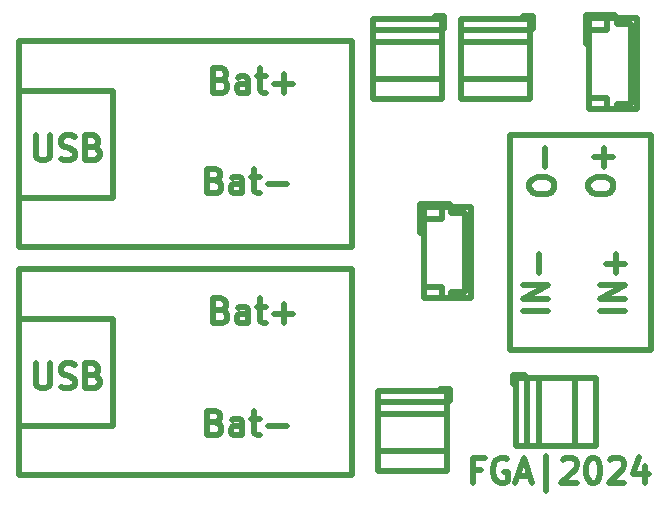
<source format=gbr>
%TF.GenerationSoftware,KiCad,Pcbnew,8.0.1*%
%TF.CreationDate,2024-11-13T12:18:26-05:00*%
%TF.ProjectId,batteryPCBa,62617474-6572-4795-9043-42612e6b6963,rev?*%
%TF.SameCoordinates,Original*%
%TF.FileFunction,Legend,Top*%
%TF.FilePolarity,Positive*%
%FSLAX46Y46*%
G04 Gerber Fmt 4.6, Leading zero omitted, Abs format (unit mm)*
G04 Created by KiCad (PCBNEW 8.0.1) date 2024-11-13 12:18:26*
%MOMM*%
%LPD*%
G01*
G04 APERTURE LIST*
%ADD10C,0.500000*%
G04 APERTURE END LIST*
D10*
X70528947Y-60617000D02*
X69828947Y-60617000D01*
X69828947Y-61717000D02*
X69828947Y-59617000D01*
X69828947Y-59617000D02*
X70828947Y-59617000D01*
X72728947Y-59717000D02*
X72528947Y-59617000D01*
X72528947Y-59617000D02*
X72228947Y-59617000D01*
X72228947Y-59617000D02*
X71928947Y-59717000D01*
X71928947Y-59717000D02*
X71728947Y-59917000D01*
X71728947Y-59917000D02*
X71628947Y-60117000D01*
X71628947Y-60117000D02*
X71528947Y-60517000D01*
X71528947Y-60517000D02*
X71528947Y-60817000D01*
X71528947Y-60817000D02*
X71628947Y-61217000D01*
X71628947Y-61217000D02*
X71728947Y-61417000D01*
X71728947Y-61417000D02*
X71928947Y-61617000D01*
X71928947Y-61617000D02*
X72228947Y-61717000D01*
X72228947Y-61717000D02*
X72428947Y-61717000D01*
X72428947Y-61717000D02*
X72728947Y-61617000D01*
X72728947Y-61617000D02*
X72828947Y-61517000D01*
X72828947Y-61517000D02*
X72828947Y-60817000D01*
X72828947Y-60817000D02*
X72428947Y-60817000D01*
X73628947Y-61117000D02*
X74628947Y-61117000D01*
X73428947Y-61717000D02*
X74128947Y-59617000D01*
X74128947Y-59617000D02*
X74828947Y-61717000D01*
X76028947Y-62417000D02*
X76028947Y-59417000D01*
X77428947Y-59817000D02*
X77528947Y-59717000D01*
X77528947Y-59717000D02*
X77728947Y-59617000D01*
X77728947Y-59617000D02*
X78228947Y-59617000D01*
X78228947Y-59617000D02*
X78428947Y-59717000D01*
X78428947Y-59717000D02*
X78528947Y-59817000D01*
X78528947Y-59817000D02*
X78628947Y-60017000D01*
X78628947Y-60017000D02*
X78628947Y-60217000D01*
X78628947Y-60217000D02*
X78528947Y-60517000D01*
X78528947Y-60517000D02*
X77328947Y-61717000D01*
X77328947Y-61717000D02*
X78628947Y-61717000D01*
X79928947Y-59617000D02*
X80128947Y-59617000D01*
X80128947Y-59617000D02*
X80328947Y-59717000D01*
X80328947Y-59717000D02*
X80428947Y-59817000D01*
X80428947Y-59817000D02*
X80528947Y-60017000D01*
X80528947Y-60017000D02*
X80628947Y-60417000D01*
X80628947Y-60417000D02*
X80628947Y-60917000D01*
X80628947Y-60917000D02*
X80528947Y-61317000D01*
X80528947Y-61317000D02*
X80428947Y-61517000D01*
X80428947Y-61517000D02*
X80328947Y-61617000D01*
X80328947Y-61617000D02*
X80128947Y-61717000D01*
X80128947Y-61717000D02*
X79928947Y-61717000D01*
X79928947Y-61717000D02*
X79728947Y-61617000D01*
X79728947Y-61617000D02*
X79628947Y-61517000D01*
X79628947Y-61517000D02*
X79528947Y-61317000D01*
X79528947Y-61317000D02*
X79428947Y-60917000D01*
X79428947Y-60917000D02*
X79428947Y-60417000D01*
X79428947Y-60417000D02*
X79528947Y-60017000D01*
X79528947Y-60017000D02*
X79628947Y-59817000D01*
X79628947Y-59817000D02*
X79728947Y-59717000D01*
X79728947Y-59717000D02*
X79928947Y-59617000D01*
X81428947Y-59817000D02*
X81528947Y-59717000D01*
X81528947Y-59717000D02*
X81728947Y-59617000D01*
X81728947Y-59617000D02*
X82228947Y-59617000D01*
X82228947Y-59617000D02*
X82428947Y-59717000D01*
X82428947Y-59717000D02*
X82528947Y-59817000D01*
X82528947Y-59817000D02*
X82628947Y-60017000D01*
X82628947Y-60017000D02*
X82628947Y-60217000D01*
X82628947Y-60217000D02*
X82528947Y-60517000D01*
X82528947Y-60517000D02*
X81328947Y-61717000D01*
X81328947Y-61717000D02*
X82628947Y-61717000D01*
X84428947Y-60317000D02*
X84428947Y-61717000D01*
X83928947Y-59517000D02*
X83428947Y-61017000D01*
X83428947Y-61017000D02*
X84728947Y-61017000D01*
X48028947Y-36117000D02*
X48328947Y-36217000D01*
X48328947Y-36217000D02*
X48428947Y-36317000D01*
X48428947Y-36317000D02*
X48528947Y-36517000D01*
X48528947Y-36517000D02*
X48528947Y-36817000D01*
X48528947Y-36817000D02*
X48428947Y-37017000D01*
X48428947Y-37017000D02*
X48328947Y-37117000D01*
X48328947Y-37117000D02*
X48128947Y-37217000D01*
X48128947Y-37217000D02*
X47328947Y-37217000D01*
X47328947Y-37217000D02*
X47328947Y-35117000D01*
X47328947Y-35117000D02*
X48028947Y-35117000D01*
X48028947Y-35117000D02*
X48228947Y-35217000D01*
X48228947Y-35217000D02*
X48328947Y-35317000D01*
X48328947Y-35317000D02*
X48428947Y-35517000D01*
X48428947Y-35517000D02*
X48428947Y-35717000D01*
X48428947Y-35717000D02*
X48328947Y-35917000D01*
X48328947Y-35917000D02*
X48228947Y-36017000D01*
X48228947Y-36017000D02*
X48028947Y-36117000D01*
X48028947Y-36117000D02*
X47328947Y-36117000D01*
X50328947Y-37217000D02*
X50328947Y-36117000D01*
X50328947Y-36117000D02*
X50228947Y-35917000D01*
X50228947Y-35917000D02*
X50028947Y-35817000D01*
X50028947Y-35817000D02*
X49628947Y-35817000D01*
X49628947Y-35817000D02*
X49428947Y-35917000D01*
X50328947Y-37117000D02*
X50128947Y-37217000D01*
X50128947Y-37217000D02*
X49628947Y-37217000D01*
X49628947Y-37217000D02*
X49428947Y-37117000D01*
X49428947Y-37117000D02*
X49328947Y-36917000D01*
X49328947Y-36917000D02*
X49328947Y-36717000D01*
X49328947Y-36717000D02*
X49428947Y-36517000D01*
X49428947Y-36517000D02*
X49628947Y-36417000D01*
X49628947Y-36417000D02*
X50128947Y-36417000D01*
X50128947Y-36417000D02*
X50328947Y-36317000D01*
X51028947Y-35817000D02*
X51828947Y-35817000D01*
X51328947Y-35117000D02*
X51328947Y-36917000D01*
X51328947Y-36917000D02*
X51428947Y-37117000D01*
X51428947Y-37117000D02*
X51628947Y-37217000D01*
X51628947Y-37217000D02*
X51828947Y-37217000D01*
X52528947Y-36417000D02*
X54128947Y-36417000D01*
X82717000Y-47171053D02*
X80617000Y-47171053D01*
X82717000Y-46171053D02*
X80617000Y-46171053D01*
X80617000Y-46171053D02*
X82717000Y-44971053D01*
X82717000Y-44971053D02*
X80617000Y-44971053D01*
X81917000Y-43971053D02*
X81917000Y-42371053D01*
X82717000Y-43171053D02*
X81117000Y-43171053D01*
X79617000Y-36771053D02*
X79617000Y-36371053D01*
X79617000Y-36371053D02*
X79717000Y-36171053D01*
X79717000Y-36171053D02*
X79917000Y-35971053D01*
X79917000Y-35971053D02*
X80317000Y-35871053D01*
X80317000Y-35871053D02*
X81017000Y-35871053D01*
X81017000Y-35871053D02*
X81417000Y-35971053D01*
X81417000Y-35971053D02*
X81617000Y-36171053D01*
X81617000Y-36171053D02*
X81717000Y-36371053D01*
X81717000Y-36371053D02*
X81717000Y-36771053D01*
X81717000Y-36771053D02*
X81617000Y-36971053D01*
X81617000Y-36971053D02*
X81417000Y-37171053D01*
X81417000Y-37171053D02*
X81017000Y-37271053D01*
X81017000Y-37271053D02*
X80317000Y-37271053D01*
X80317000Y-37271053D02*
X79917000Y-37171053D01*
X79917000Y-37171053D02*
X79717000Y-36971053D01*
X79717000Y-36971053D02*
X79617000Y-36771053D01*
X80917000Y-34971053D02*
X80917000Y-33371053D01*
X81717000Y-34171053D02*
X80117000Y-34171053D01*
X76217000Y-47171053D02*
X74117000Y-47171053D01*
X76217000Y-46171053D02*
X74117000Y-46171053D01*
X74117000Y-46171053D02*
X76217000Y-44971053D01*
X76217000Y-44971053D02*
X74117000Y-44971053D01*
X75417000Y-43971053D02*
X75417000Y-42371053D01*
X74617000Y-36771053D02*
X74617000Y-36371053D01*
X74617000Y-36371053D02*
X74717000Y-36171053D01*
X74717000Y-36171053D02*
X74917000Y-35971053D01*
X74917000Y-35971053D02*
X75317000Y-35871053D01*
X75317000Y-35871053D02*
X76017000Y-35871053D01*
X76017000Y-35871053D02*
X76417000Y-35971053D01*
X76417000Y-35971053D02*
X76617000Y-36171053D01*
X76617000Y-36171053D02*
X76717000Y-36371053D01*
X76717000Y-36371053D02*
X76717000Y-36771053D01*
X76717000Y-36771053D02*
X76617000Y-36971053D01*
X76617000Y-36971053D02*
X76417000Y-37171053D01*
X76417000Y-37171053D02*
X76017000Y-37271053D01*
X76017000Y-37271053D02*
X75317000Y-37271053D01*
X75317000Y-37271053D02*
X74917000Y-37171053D01*
X74917000Y-37171053D02*
X74717000Y-36971053D01*
X74717000Y-36971053D02*
X74617000Y-36771053D01*
X75917000Y-34971053D02*
X75917000Y-33371053D01*
X48528947Y-47117000D02*
X48828947Y-47217000D01*
X48828947Y-47217000D02*
X48928947Y-47317000D01*
X48928947Y-47317000D02*
X49028947Y-47517000D01*
X49028947Y-47517000D02*
X49028947Y-47817000D01*
X49028947Y-47817000D02*
X48928947Y-48017000D01*
X48928947Y-48017000D02*
X48828947Y-48117000D01*
X48828947Y-48117000D02*
X48628947Y-48217000D01*
X48628947Y-48217000D02*
X47828947Y-48217000D01*
X47828947Y-48217000D02*
X47828947Y-46117000D01*
X47828947Y-46117000D02*
X48528947Y-46117000D01*
X48528947Y-46117000D02*
X48728947Y-46217000D01*
X48728947Y-46217000D02*
X48828947Y-46317000D01*
X48828947Y-46317000D02*
X48928947Y-46517000D01*
X48928947Y-46517000D02*
X48928947Y-46717000D01*
X48928947Y-46717000D02*
X48828947Y-46917000D01*
X48828947Y-46917000D02*
X48728947Y-47017000D01*
X48728947Y-47017000D02*
X48528947Y-47117000D01*
X48528947Y-47117000D02*
X47828947Y-47117000D01*
X50828947Y-48217000D02*
X50828947Y-47117000D01*
X50828947Y-47117000D02*
X50728947Y-46917000D01*
X50728947Y-46917000D02*
X50528947Y-46817000D01*
X50528947Y-46817000D02*
X50128947Y-46817000D01*
X50128947Y-46817000D02*
X49928947Y-46917000D01*
X50828947Y-48117000D02*
X50628947Y-48217000D01*
X50628947Y-48217000D02*
X50128947Y-48217000D01*
X50128947Y-48217000D02*
X49928947Y-48117000D01*
X49928947Y-48117000D02*
X49828947Y-47917000D01*
X49828947Y-47917000D02*
X49828947Y-47717000D01*
X49828947Y-47717000D02*
X49928947Y-47517000D01*
X49928947Y-47517000D02*
X50128947Y-47417000D01*
X50128947Y-47417000D02*
X50628947Y-47417000D01*
X50628947Y-47417000D02*
X50828947Y-47317000D01*
X51528947Y-46817000D02*
X52328947Y-46817000D01*
X51828947Y-46117000D02*
X51828947Y-47917000D01*
X51828947Y-47917000D02*
X51928947Y-48117000D01*
X51928947Y-48117000D02*
X52128947Y-48217000D01*
X52128947Y-48217000D02*
X52328947Y-48217000D01*
X53028947Y-47417000D02*
X54628947Y-47417000D01*
X53828947Y-48217000D02*
X53828947Y-46617000D01*
X48028947Y-56617000D02*
X48328947Y-56717000D01*
X48328947Y-56717000D02*
X48428947Y-56817000D01*
X48428947Y-56817000D02*
X48528947Y-57017000D01*
X48528947Y-57017000D02*
X48528947Y-57317000D01*
X48528947Y-57317000D02*
X48428947Y-57517000D01*
X48428947Y-57517000D02*
X48328947Y-57617000D01*
X48328947Y-57617000D02*
X48128947Y-57717000D01*
X48128947Y-57717000D02*
X47328947Y-57717000D01*
X47328947Y-57717000D02*
X47328947Y-55617000D01*
X47328947Y-55617000D02*
X48028947Y-55617000D01*
X48028947Y-55617000D02*
X48228947Y-55717000D01*
X48228947Y-55717000D02*
X48328947Y-55817000D01*
X48328947Y-55817000D02*
X48428947Y-56017000D01*
X48428947Y-56017000D02*
X48428947Y-56217000D01*
X48428947Y-56217000D02*
X48328947Y-56417000D01*
X48328947Y-56417000D02*
X48228947Y-56517000D01*
X48228947Y-56517000D02*
X48028947Y-56617000D01*
X48028947Y-56617000D02*
X47328947Y-56617000D01*
X50328947Y-57717000D02*
X50328947Y-56617000D01*
X50328947Y-56617000D02*
X50228947Y-56417000D01*
X50228947Y-56417000D02*
X50028947Y-56317000D01*
X50028947Y-56317000D02*
X49628947Y-56317000D01*
X49628947Y-56317000D02*
X49428947Y-56417000D01*
X50328947Y-57617000D02*
X50128947Y-57717000D01*
X50128947Y-57717000D02*
X49628947Y-57717000D01*
X49628947Y-57717000D02*
X49428947Y-57617000D01*
X49428947Y-57617000D02*
X49328947Y-57417000D01*
X49328947Y-57417000D02*
X49328947Y-57217000D01*
X49328947Y-57217000D02*
X49428947Y-57017000D01*
X49428947Y-57017000D02*
X49628947Y-56917000D01*
X49628947Y-56917000D02*
X50128947Y-56917000D01*
X50128947Y-56917000D02*
X50328947Y-56817000D01*
X51028947Y-56317000D02*
X51828947Y-56317000D01*
X51328947Y-55617000D02*
X51328947Y-57417000D01*
X51328947Y-57417000D02*
X51428947Y-57617000D01*
X51428947Y-57617000D02*
X51628947Y-57717000D01*
X51628947Y-57717000D02*
X51828947Y-57717000D01*
X52528947Y-56917000D02*
X54128947Y-56917000D01*
X32828947Y-51617000D02*
X32828947Y-53317000D01*
X32828947Y-53317000D02*
X32928947Y-53517000D01*
X32928947Y-53517000D02*
X33028947Y-53617000D01*
X33028947Y-53617000D02*
X33228947Y-53717000D01*
X33228947Y-53717000D02*
X33628947Y-53717000D01*
X33628947Y-53717000D02*
X33828947Y-53617000D01*
X33828947Y-53617000D02*
X33928947Y-53517000D01*
X33928947Y-53517000D02*
X34028947Y-53317000D01*
X34028947Y-53317000D02*
X34028947Y-51617000D01*
X34928947Y-53617000D02*
X35228947Y-53717000D01*
X35228947Y-53717000D02*
X35728947Y-53717000D01*
X35728947Y-53717000D02*
X35928947Y-53617000D01*
X35928947Y-53617000D02*
X36028947Y-53517000D01*
X36028947Y-53517000D02*
X36128947Y-53317000D01*
X36128947Y-53317000D02*
X36128947Y-53117000D01*
X36128947Y-53117000D02*
X36028947Y-52917000D01*
X36028947Y-52917000D02*
X35928947Y-52817000D01*
X35928947Y-52817000D02*
X35728947Y-52717000D01*
X35728947Y-52717000D02*
X35328947Y-52617000D01*
X35328947Y-52617000D02*
X35128947Y-52517000D01*
X35128947Y-52517000D02*
X35028947Y-52417000D01*
X35028947Y-52417000D02*
X34928947Y-52217000D01*
X34928947Y-52217000D02*
X34928947Y-52017000D01*
X34928947Y-52017000D02*
X35028947Y-51817000D01*
X35028947Y-51817000D02*
X35128947Y-51717000D01*
X35128947Y-51717000D02*
X35328947Y-51617000D01*
X35328947Y-51617000D02*
X35828947Y-51617000D01*
X35828947Y-51617000D02*
X36128947Y-51717000D01*
X37728947Y-52617000D02*
X38028947Y-52717000D01*
X38028947Y-52717000D02*
X38128947Y-52817000D01*
X38128947Y-52817000D02*
X38228947Y-53017000D01*
X38228947Y-53017000D02*
X38228947Y-53317000D01*
X38228947Y-53317000D02*
X38128947Y-53517000D01*
X38128947Y-53517000D02*
X38028947Y-53617000D01*
X38028947Y-53617000D02*
X37828947Y-53717000D01*
X37828947Y-53717000D02*
X37028947Y-53717000D01*
X37028947Y-53717000D02*
X37028947Y-51617000D01*
X37028947Y-51617000D02*
X37728947Y-51617000D01*
X37728947Y-51617000D02*
X37928947Y-51717000D01*
X37928947Y-51717000D02*
X38028947Y-51817000D01*
X38028947Y-51817000D02*
X38128947Y-52017000D01*
X38128947Y-52017000D02*
X38128947Y-52217000D01*
X38128947Y-52217000D02*
X38028947Y-52417000D01*
X38028947Y-52417000D02*
X37928947Y-52517000D01*
X37928947Y-52517000D02*
X37728947Y-52617000D01*
X37728947Y-52617000D02*
X37028947Y-52617000D01*
X32828947Y-32317000D02*
X32828947Y-34017000D01*
X32828947Y-34017000D02*
X32928947Y-34217000D01*
X32928947Y-34217000D02*
X33028947Y-34317000D01*
X33028947Y-34317000D02*
X33228947Y-34417000D01*
X33228947Y-34417000D02*
X33628947Y-34417000D01*
X33628947Y-34417000D02*
X33828947Y-34317000D01*
X33828947Y-34317000D02*
X33928947Y-34217000D01*
X33928947Y-34217000D02*
X34028947Y-34017000D01*
X34028947Y-34017000D02*
X34028947Y-32317000D01*
X34928947Y-34317000D02*
X35228947Y-34417000D01*
X35228947Y-34417000D02*
X35728947Y-34417000D01*
X35728947Y-34417000D02*
X35928947Y-34317000D01*
X35928947Y-34317000D02*
X36028947Y-34217000D01*
X36028947Y-34217000D02*
X36128947Y-34017000D01*
X36128947Y-34017000D02*
X36128947Y-33817000D01*
X36128947Y-33817000D02*
X36028947Y-33617000D01*
X36028947Y-33617000D02*
X35928947Y-33517000D01*
X35928947Y-33517000D02*
X35728947Y-33417000D01*
X35728947Y-33417000D02*
X35328947Y-33317000D01*
X35328947Y-33317000D02*
X35128947Y-33217000D01*
X35128947Y-33217000D02*
X35028947Y-33117000D01*
X35028947Y-33117000D02*
X34928947Y-32917000D01*
X34928947Y-32917000D02*
X34928947Y-32717000D01*
X34928947Y-32717000D02*
X35028947Y-32517000D01*
X35028947Y-32517000D02*
X35128947Y-32417000D01*
X35128947Y-32417000D02*
X35328947Y-32317000D01*
X35328947Y-32317000D02*
X35828947Y-32317000D01*
X35828947Y-32317000D02*
X36128947Y-32417000D01*
X37728947Y-33317000D02*
X38028947Y-33417000D01*
X38028947Y-33417000D02*
X38128947Y-33517000D01*
X38128947Y-33517000D02*
X38228947Y-33717000D01*
X38228947Y-33717000D02*
X38228947Y-34017000D01*
X38228947Y-34017000D02*
X38128947Y-34217000D01*
X38128947Y-34217000D02*
X38028947Y-34317000D01*
X38028947Y-34317000D02*
X37828947Y-34417000D01*
X37828947Y-34417000D02*
X37028947Y-34417000D01*
X37028947Y-34417000D02*
X37028947Y-32317000D01*
X37028947Y-32317000D02*
X37728947Y-32317000D01*
X37728947Y-32317000D02*
X37928947Y-32417000D01*
X37928947Y-32417000D02*
X38028947Y-32517000D01*
X38028947Y-32517000D02*
X38128947Y-32717000D01*
X38128947Y-32717000D02*
X38128947Y-32917000D01*
X38128947Y-32917000D02*
X38028947Y-33117000D01*
X38028947Y-33117000D02*
X37928947Y-33217000D01*
X37928947Y-33217000D02*
X37728947Y-33317000D01*
X37728947Y-33317000D02*
X37028947Y-33317000D01*
X48528947Y-27617000D02*
X48828947Y-27717000D01*
X48828947Y-27717000D02*
X48928947Y-27817000D01*
X48928947Y-27817000D02*
X49028947Y-28017000D01*
X49028947Y-28017000D02*
X49028947Y-28317000D01*
X49028947Y-28317000D02*
X48928947Y-28517000D01*
X48928947Y-28517000D02*
X48828947Y-28617000D01*
X48828947Y-28617000D02*
X48628947Y-28717000D01*
X48628947Y-28717000D02*
X47828947Y-28717000D01*
X47828947Y-28717000D02*
X47828947Y-26617000D01*
X47828947Y-26617000D02*
X48528947Y-26617000D01*
X48528947Y-26617000D02*
X48728947Y-26717000D01*
X48728947Y-26717000D02*
X48828947Y-26817000D01*
X48828947Y-26817000D02*
X48928947Y-27017000D01*
X48928947Y-27017000D02*
X48928947Y-27217000D01*
X48928947Y-27217000D02*
X48828947Y-27417000D01*
X48828947Y-27417000D02*
X48728947Y-27517000D01*
X48728947Y-27517000D02*
X48528947Y-27617000D01*
X48528947Y-27617000D02*
X47828947Y-27617000D01*
X50828947Y-28717000D02*
X50828947Y-27617000D01*
X50828947Y-27617000D02*
X50728947Y-27417000D01*
X50728947Y-27417000D02*
X50528947Y-27317000D01*
X50528947Y-27317000D02*
X50128947Y-27317000D01*
X50128947Y-27317000D02*
X49928947Y-27417000D01*
X50828947Y-28617000D02*
X50628947Y-28717000D01*
X50628947Y-28717000D02*
X50128947Y-28717000D01*
X50128947Y-28717000D02*
X49928947Y-28617000D01*
X49928947Y-28617000D02*
X49828947Y-28417000D01*
X49828947Y-28417000D02*
X49828947Y-28217000D01*
X49828947Y-28217000D02*
X49928947Y-28017000D01*
X49928947Y-28017000D02*
X50128947Y-27917000D01*
X50128947Y-27917000D02*
X50628947Y-27917000D01*
X50628947Y-27917000D02*
X50828947Y-27817000D01*
X51528947Y-27317000D02*
X52328947Y-27317000D01*
X51828947Y-26617000D02*
X51828947Y-28417000D01*
X51828947Y-28417000D02*
X51928947Y-28617000D01*
X51928947Y-28617000D02*
X52128947Y-28717000D01*
X52128947Y-28717000D02*
X52328947Y-28717000D01*
X53028947Y-27917000D02*
X54628947Y-27917000D01*
X53828947Y-28717000D02*
X53828947Y-27117000D01*
%TO.C,U1*%
X72950000Y-50450000D02*
X84950000Y-50450000D01*
X84950000Y-32250000D01*
X72950000Y-32250000D01*
X72950000Y-50450000D01*
%TO.C,TP4056Mod2*%
X59600000Y-43600000D02*
X57400000Y-43600000D01*
X31400000Y-43600000D02*
X59600000Y-43600000D01*
X59600000Y-61050000D01*
X31400000Y-61050000D01*
X31400000Y-43600000D01*
X31400000Y-47875000D02*
X39400000Y-47875000D01*
X39400000Y-56875000D01*
X31400000Y-56875000D01*
X31400000Y-47875000D01*
%TO.C,J4*%
X68860000Y-29220000D02*
X68860000Y-22480000D01*
X74680000Y-22480000D02*
X68860000Y-22480000D01*
X74680000Y-23400000D02*
X68860000Y-23400000D01*
X74680000Y-24400000D02*
X68860000Y-24400000D01*
X74680000Y-27501000D02*
X68860000Y-27501000D01*
X74680000Y-29220000D02*
X68860000Y-29220000D01*
X74680000Y-29220000D02*
X74680000Y-22480000D01*
X74920000Y-22240000D02*
X74120000Y-22240000D01*
X74920000Y-23280000D02*
X74920000Y-22240000D01*
%TO.C,J5*%
X61820000Y-60720000D02*
X61820000Y-53980000D01*
X67640000Y-53980000D02*
X61820000Y-53980000D01*
X67640000Y-54900000D02*
X61820000Y-54900000D01*
X67640000Y-55900000D02*
X61820000Y-55900000D01*
X67640000Y-59001000D02*
X61820000Y-59001000D01*
X67640000Y-60720000D02*
X61820000Y-60720000D01*
X67640000Y-60720000D02*
X67640000Y-53980000D01*
X67880000Y-53740000D02*
X67080000Y-53740000D01*
X67880000Y-54780000D02*
X67880000Y-53740000D01*
%TO.C,J1*%
X73240000Y-52580000D02*
X73240000Y-53380000D01*
X73480000Y-52820000D02*
X73480000Y-58640000D01*
X74280000Y-52580000D02*
X73240000Y-52580000D01*
X74400000Y-52820000D02*
X74400000Y-58640000D01*
X75400000Y-52820000D02*
X75400000Y-58640000D01*
X78501000Y-52820000D02*
X78501000Y-58640000D01*
X80220000Y-52820000D02*
X73480000Y-52820000D01*
X80220000Y-52820000D02*
X80220000Y-58640000D01*
X80220000Y-58640000D02*
X73480000Y-58640000D01*
%TO.C,TP4056Mod1*%
X59600000Y-24300000D02*
X57400000Y-24300000D01*
X31400000Y-24300000D02*
X59600000Y-24300000D01*
X59600000Y-41750000D01*
X31400000Y-41750000D01*
X31400000Y-24300000D01*
X31400000Y-28575000D02*
X39400000Y-28575000D01*
X39400000Y-37575000D01*
X31400000Y-37575000D01*
X31400000Y-28575000D01*
%TO.C,J6*%
X65390000Y-38090000D02*
X65390000Y-40590000D01*
X65690000Y-38390000D02*
X65690000Y-46110000D01*
X65690000Y-46110000D02*
X69710000Y-46110000D01*
X67190000Y-38390000D02*
X67190000Y-39390000D01*
X67190000Y-39390000D02*
X65690000Y-39390000D01*
X67190000Y-45110000D02*
X65690000Y-45110000D01*
X67190000Y-46110000D02*
X67190000Y-45110000D01*
X67890000Y-38090000D02*
X65390000Y-38090000D01*
X68000000Y-38390000D02*
X68000000Y-38890000D01*
X68000000Y-38890000D02*
X69210000Y-38890000D01*
X68000000Y-45610000D02*
X68000000Y-46110000D01*
X69210000Y-38890000D02*
X69210000Y-45610000D01*
X69210000Y-45610000D02*
X68000000Y-45610000D01*
X69710000Y-38390000D02*
X65690000Y-38390000D01*
X69710000Y-46110000D02*
X69710000Y-38390000D01*
%TO.C,J2*%
X61360000Y-29220000D02*
X61360000Y-22480000D01*
X67180000Y-22480000D02*
X61360000Y-22480000D01*
X67180000Y-23400000D02*
X61360000Y-23400000D01*
X67180000Y-24400000D02*
X61360000Y-24400000D01*
X67180000Y-27501000D02*
X61360000Y-27501000D01*
X67180000Y-29220000D02*
X61360000Y-29220000D01*
X67180000Y-29220000D02*
X67180000Y-22480000D01*
X67420000Y-22240000D02*
X66620000Y-22240000D01*
X67420000Y-23280000D02*
X67420000Y-22240000D01*
%TO.C,J3*%
X79390000Y-22090000D02*
X79390000Y-24590000D01*
X79690000Y-22390000D02*
X79690000Y-30110000D01*
X79690000Y-30110000D02*
X83710000Y-30110000D01*
X81190000Y-22390000D02*
X81190000Y-23390000D01*
X81190000Y-23390000D02*
X79690000Y-23390000D01*
X81190000Y-29110000D02*
X79690000Y-29110000D01*
X81190000Y-30110000D02*
X81190000Y-29110000D01*
X81890000Y-22090000D02*
X79390000Y-22090000D01*
X82000000Y-22390000D02*
X82000000Y-22890000D01*
X82000000Y-22890000D02*
X83210000Y-22890000D01*
X82000000Y-29610000D02*
X82000000Y-30110000D01*
X83210000Y-22890000D02*
X83210000Y-29610000D01*
X83210000Y-29610000D02*
X82000000Y-29610000D01*
X83710000Y-22390000D02*
X79690000Y-22390000D01*
X83710000Y-30110000D02*
X83710000Y-22390000D01*
%TD*%
M02*

</source>
